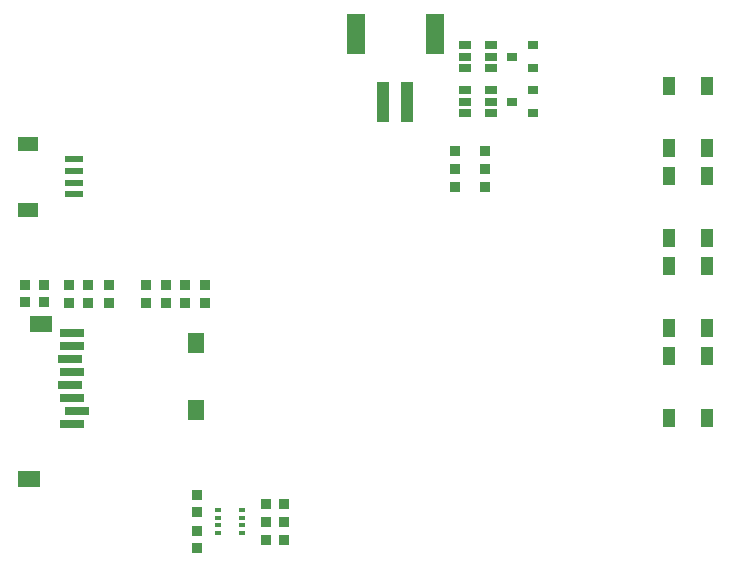
<source format=gbr>
%TF.GenerationSoftware,KiCad,Pcbnew,9.0.6*%
%TF.CreationDate,2026-01-30T18:10:03-05:00*%
%TF.ProjectId,destinationWeatherStation_v4-5,64657374-696e-4617-9469-6f6e57656174,03*%
%TF.SameCoordinates,Original*%
%TF.FileFunction,Paste,Top*%
%TF.FilePolarity,Positive*%
%FSLAX46Y46*%
G04 Gerber Fmt 4.6, Leading zero omitted, Abs format (unit mm)*
G04 Created by KiCad (PCBNEW 9.0.6) date 2026-01-30 18:10:03*
%MOMM*%
%LPD*%
G01*
G04 APERTURE LIST*
%ADD10R,1.000000X1.550000*%
%ADD11R,0.972000X0.802000*%
%ADD12R,0.929000X0.820000*%
%ADD13R,0.970000X0.871000*%
%ADD14R,1.500000X3.400000*%
%ADD15R,1.000000X3.500000*%
%ADD16R,1.000000X0.700000*%
%ADD17R,2.000000X0.800000*%
%ADD18R,1.400000X1.800000*%
%ADD19R,1.900000X1.400000*%
%ADD20R,0.820000X0.929000*%
%ADD21R,1.800000X1.200000*%
%ADD22R,1.550000X0.600000*%
%ADD23R,0.500000X0.350000*%
G04 APERTURE END LIST*
D10*
%TO.C,SW5*%
X173685000Y-102785000D03*
X173685000Y-108035000D03*
X170485000Y-102785000D03*
X170485000Y-108035000D03*
%TD*%
%TO.C,SW3*%
X173685000Y-87545000D03*
X173685000Y-92795000D03*
X170485000Y-87545000D03*
X170485000Y-92795000D03*
%TD*%
%TO.C,SW2*%
X173685000Y-79925000D03*
X173685000Y-85175000D03*
X170485000Y-79925000D03*
X170485000Y-85175000D03*
%TD*%
D11*
%TO.C,Q2*%
X159000000Y-78420000D03*
X159000000Y-76520000D03*
X157230000Y-77470000D03*
%TD*%
D12*
%TO.C,R12*%
X154939000Y-85485000D03*
X154939000Y-86995000D03*
X154939000Y-88505000D03*
%TD*%
D13*
%TO.C,C2*%
X130556000Y-117602000D03*
X130556000Y-119102000D03*
%TD*%
D14*
%TO.C,J1*%
X150670000Y-75520000D03*
X143970000Y-75520000D03*
D15*
X148320000Y-81270000D03*
X146320000Y-81270000D03*
%TD*%
D16*
%TO.C,Q4*%
X155405000Y-78420000D03*
X155405000Y-77470000D03*
X155405000Y-76520000D03*
X153205000Y-76520000D03*
X153205000Y-77470000D03*
X153205000Y-78420000D03*
%TD*%
D17*
%TO.C,J2*%
X119948000Y-108595000D03*
X120348000Y-107495000D03*
X119948000Y-106395000D03*
X119748000Y-105295000D03*
X119948000Y-104195000D03*
X119748000Y-103095000D03*
X119948000Y-101995000D03*
X119948000Y-100895000D03*
D18*
X130498000Y-101705000D03*
X130498000Y-107405000D03*
D19*
X117348000Y-100105000D03*
X116348000Y-113255000D03*
%TD*%
D10*
%TO.C,SW4*%
X173685000Y-95165000D03*
X173685000Y-100415000D03*
X170485000Y-95165000D03*
X170485000Y-100415000D03*
%TD*%
D20*
%TO.C,R10*%
X137910000Y-118364000D03*
X136400000Y-118364000D03*
%TD*%
D12*
%TO.C,R5*%
X127889000Y-96781000D03*
X127889000Y-98291000D03*
%TD*%
D13*
%TO.C,C4*%
X117602000Y-98286000D03*
X117602000Y-96786000D03*
%TD*%
D12*
%TO.C,R3*%
X121343000Y-96781000D03*
X121343000Y-98291000D03*
%TD*%
D21*
%TO.C,J3*%
X116235000Y-84830000D03*
X116235000Y-90430000D03*
D22*
X120110000Y-86130000D03*
X120110000Y-87130000D03*
X120110000Y-88130000D03*
X120110000Y-89130000D03*
%TD*%
D12*
%TO.C,R1*%
X131191000Y-96781000D03*
X131191000Y-98291000D03*
%TD*%
D23*
%TO.C,U2*%
X134375000Y-115865000D03*
X134375000Y-116515000D03*
X134375000Y-117165000D03*
X134375000Y-117815000D03*
X132325000Y-117815000D03*
X132325000Y-117165000D03*
X132325000Y-116515000D03*
X132325000Y-115865000D03*
%TD*%
D11*
%TO.C,Q1*%
X159000000Y-82230000D03*
X159000000Y-80330000D03*
X157230000Y-81280000D03*
%TD*%
D12*
%TO.C,R2*%
X119692000Y-96781000D03*
X119692000Y-98291000D03*
%TD*%
D20*
%TO.C,R9*%
X137920000Y-116840000D03*
X136410000Y-116840000D03*
%TD*%
D12*
%TO.C,R6*%
X126238000Y-96781000D03*
X126238000Y-98291000D03*
%TD*%
%TO.C,R7*%
X129540000Y-96781000D03*
X129540000Y-98291000D03*
%TD*%
%TO.C,R11*%
X152400000Y-85485000D03*
X152400000Y-86995000D03*
X152400000Y-88505000D03*
%TD*%
D20*
%TO.C,R8*%
X137920000Y-115316000D03*
X136410000Y-115316000D03*
%TD*%
D13*
%TO.C,C1*%
X130556000Y-114566000D03*
X130556000Y-116066000D03*
%TD*%
D12*
%TO.C,R4*%
X123063000Y-96781000D03*
X123063000Y-98291000D03*
%TD*%
D13*
%TO.C,C3*%
X115951000Y-98286000D03*
X115951000Y-96786000D03*
%TD*%
D16*
%TO.C,Q3*%
X155405000Y-82230000D03*
X155405000Y-81280000D03*
X155405000Y-80330000D03*
X153205000Y-80330000D03*
X153205000Y-81280000D03*
X153205000Y-82230000D03*
%TD*%
M02*

</source>
